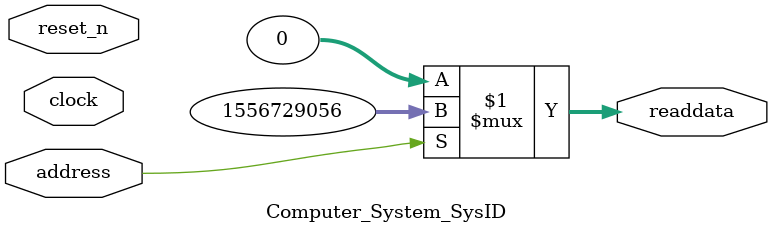
<source format=v>



// synthesis translate_off
`timescale 1ns / 1ps
// synthesis translate_on

// turn off superfluous verilog processor warnings 
// altera message_level Level1 
// altera message_off 10034 10035 10036 10037 10230 10240 10030 

module Computer_System_SysID (
               // inputs:
                address,
                clock,
                reset_n,

               // outputs:
                readdata
             )
;

  output  [ 31: 0] readdata;
  input            address;
  input            clock;
  input            reset_n;

  wire    [ 31: 0] readdata;
  //control_slave, which is an e_avalon_slave
  assign readdata = address ? 1556729056 : 0;

endmodule



</source>
